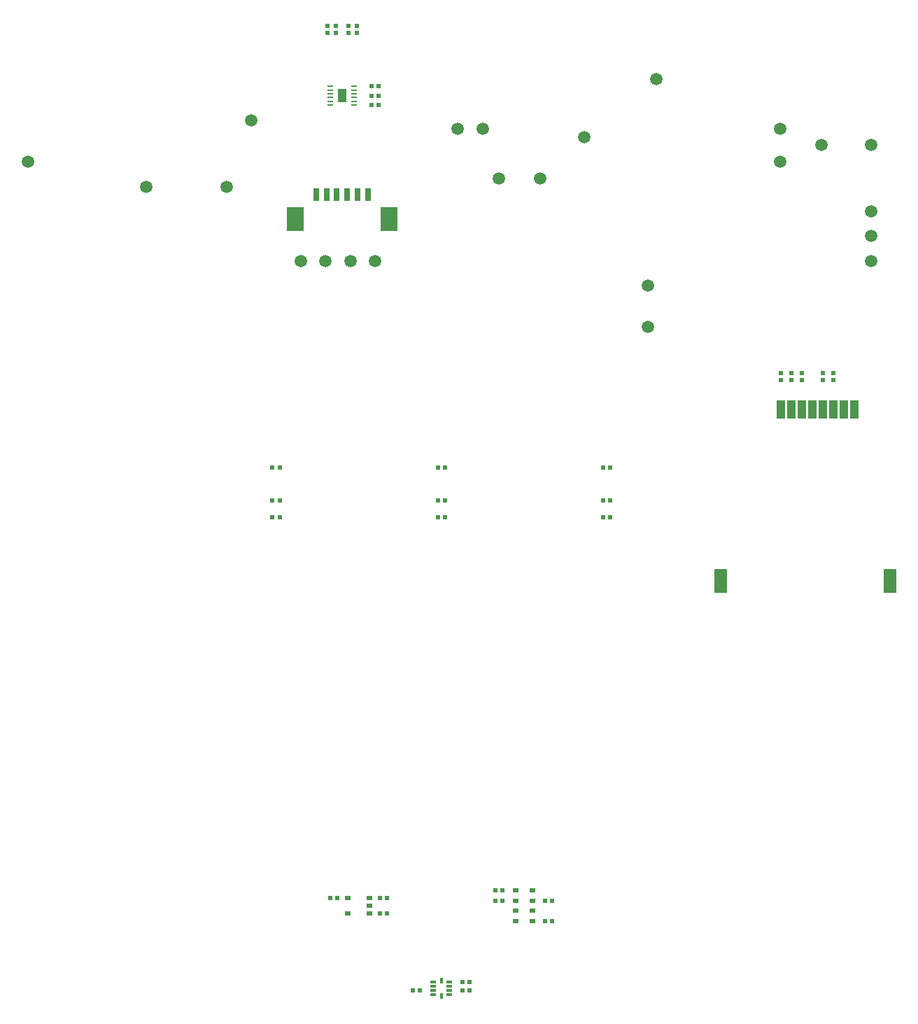
<source format=gbr>
%TF.GenerationSoftware,Altium Limited,Altium Designer,23.3.1 (30)*%
G04 Layer_Color=128*
%FSLAX45Y45*%
%MOMM*%
%TF.SameCoordinates,E4F86091-2262-4A10-A0E3-B6E4D0D901A0*%
%TF.FilePolarity,Positive*%
%TF.FileFunction,Paste,Bot*%
%TF.Part,Single*%
G01*
G75*
%TA.AperFunction,SMDPad,CuDef*%
%ADD11R,0.52000X0.47000*%
%ADD12R,0.47000X0.52000*%
%ADD17R,0.80000X0.50000*%
%ADD22R,0.80000X0.60000*%
%ADD30R,0.75000X1.50000*%
%ADD31R,2.00000X3.00000*%
%ADD73R,0.70000X0.25000*%
%TA.AperFunction,TestPad*%
%ADD75C,1.50000*%
%TA.AperFunction,SMDPad,CuDef*%
%ADD76R,1.00000X2.30000*%
%ADD77R,1.50000X2.95000*%
%ADD78R,0.80000X0.30000*%
%ADD79R,0.30000X0.80000*%
G36*
X-1251000Y10721000D02*
X-1149000D01*
Y10879000D01*
X-1251000D01*
Y10721000D01*
D02*
G37*
D11*
X-1375000Y11557000D02*
D03*
Y11643000D02*
D03*
X-1275000Y11557000D02*
D03*
Y11643000D02*
D03*
X-1125000Y11557000D02*
D03*
Y11643000D02*
D03*
X-1025000Y11557000D02*
D03*
Y11643000D02*
D03*
X4111000Y7357000D02*
D03*
Y7443000D02*
D03*
X4238000Y7357000D02*
D03*
Y7443000D02*
D03*
X4365000Y7357000D02*
D03*
Y7443000D02*
D03*
X4619000Y7357000D02*
D03*
Y7443000D02*
D03*
X4746000Y7357000D02*
D03*
Y7443000D02*
D03*
D12*
X-757000Y10687500D02*
D03*
X-843000D02*
D03*
X-757000Y10800000D02*
D03*
X-843000D02*
D03*
Y10912500D02*
D03*
X-757000D02*
D03*
X-257000Y-25000D02*
D03*
X-343000D02*
D03*
X343000D02*
D03*
X257000D02*
D03*
X343000Y75000D02*
D03*
X257000D02*
D03*
X1957000Y6300000D02*
D03*
X2043000D02*
D03*
Y5900000D02*
D03*
X1957000D02*
D03*
Y5700000D02*
D03*
X2043000D02*
D03*
X-43000Y6300000D02*
D03*
X43000D02*
D03*
Y5900000D02*
D03*
X-43000D02*
D03*
Y5700000D02*
D03*
X43000D02*
D03*
X-2043000Y6300000D02*
D03*
X-1957000D02*
D03*
Y5900000D02*
D03*
X-2043000D02*
D03*
Y5700000D02*
D03*
X-1957000D02*
D03*
X-1257000Y1095000D02*
D03*
X-1343000D02*
D03*
X-657000Y905000D02*
D03*
X-743000D02*
D03*
X-657000Y1095000D02*
D03*
X-743000D02*
D03*
X657000Y1187500D02*
D03*
X743000D02*
D03*
X657000Y1062500D02*
D03*
X743000D02*
D03*
X1257000Y812500D02*
D03*
X1343000D02*
D03*
X1257000Y1062500D02*
D03*
X1343000D02*
D03*
D17*
X900000Y812500D02*
D03*
Y937500D02*
D03*
Y1062500D02*
D03*
Y1187500D02*
D03*
X1100000Y812500D02*
D03*
Y937500D02*
D03*
Y1062500D02*
D03*
Y1187500D02*
D03*
D22*
X-870000Y1095000D02*
D03*
Y1000000D02*
D03*
Y905000D02*
D03*
X-1130000D02*
D03*
Y1095000D02*
D03*
D30*
X-1013960Y9600001D02*
D03*
X-888960D02*
D03*
X-1138960D02*
D03*
X-1388960D02*
D03*
X-1263960D02*
D03*
X-1513960D02*
D03*
D31*
X-633960Y9310001D02*
D03*
X-1768960D02*
D03*
D73*
X-1056500Y10912500D02*
D03*
Y10867500D02*
D03*
Y10822500D02*
D03*
Y10777500D02*
D03*
Y10732500D02*
D03*
Y10687500D02*
D03*
X-1343500D02*
D03*
Y10732500D02*
D03*
Y10777500D02*
D03*
Y10822500D02*
D03*
Y10867500D02*
D03*
Y10912500D02*
D03*
D75*
X-1700000Y8800000D02*
D03*
X-1400000D02*
D03*
X-800000D02*
D03*
X-1100000D02*
D03*
X1729820Y10300000D02*
D03*
X2600000Y11000000D02*
D03*
X5200000Y9400000D02*
D03*
X4600000Y10200000D02*
D03*
X5200000Y9100000D02*
D03*
Y8800000D02*
D03*
X4100000Y10400000D02*
D03*
Y10000000D02*
D03*
X5200000Y10200000D02*
D03*
X200000Y10400000D02*
D03*
X500000D02*
D03*
X2500000Y8500000D02*
D03*
Y8000000D02*
D03*
X700000Y9800000D02*
D03*
X1200000D02*
D03*
X-2600000Y9700000D02*
D03*
X-2300000Y10500000D02*
D03*
X-3568000Y9700000D02*
D03*
X-5000000Y10000000D02*
D03*
D76*
X4111000Y7000000D02*
D03*
X4238000D02*
D03*
X4365000D02*
D03*
X4492000D02*
D03*
X4619000D02*
D03*
X4746000D02*
D03*
X4873000D02*
D03*
X5000000D02*
D03*
D77*
X5430000Y4930000D02*
D03*
X3382000D02*
D03*
D78*
X95000Y75000D02*
D03*
Y25000D02*
D03*
Y-25000D02*
D03*
Y-75000D02*
D03*
X-95000Y75000D02*
D03*
Y25000D02*
D03*
Y-25000D02*
D03*
Y-75000D02*
D03*
D79*
X0Y95000D02*
D03*
Y-95000D02*
D03*
%TF.MD5,9fd67d029d8af0d0bd1fff175075587f*%
M02*

</source>
